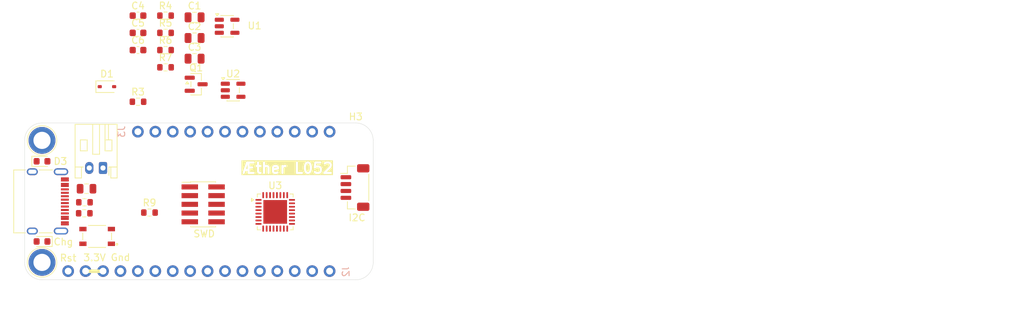
<source format=kicad_pcb>
(kicad_pcb (version 20241229) (generator "pcbnew") (generator_version "9.0")
  (layers (0 "F.Cu" signal) (2 "B.Cu" signal) (13 "F.Paste" user) (15 "B.Paste" user) (5 "F.SilkS" user "F.Silkscreen") (7 "B.SilkS" user "B.Silkscreen") (1 "F.Mask" user) (3 "B.Mask" user) (25 "Edge.Cuts" user))
  (net 0 "")
  (net 1 "Net-(D1-K)")
  (net 2 "GND")
  (net 3 "VDD")
  (net 4 "/VBAT")
  (net 5 "VBUS")
  (net 6 "Net-(D2-K)")
  (net 7 "/LED_ONBOARD")
  (net 8 "Net-(D3-K)")
  (net 9 "Net-(F1-Pad1)")
  (net 11 "/D-")
  (net 12 "/D+")
  (net 13 "Net-(J1-CC1)")
  (net 14 "Net-(J1-CC2)")
  (net 29 "/SCL")
  (net 30 "/SDA")
  (net 31 "Net-(U2-PROG)")
  (net 32 "Net-(U2-STAT)")
  (net 33 "/!RESET")
  (net 60 "/MOSI")
  (net 61 "/SCK")
  (net 62 "/BOOT0")
  (net 63 "/MISO")
  (net 64 "/TX")
  (net 65 "/RX")
  (net 66 "/EN")
  (net 71 "Net-(J6-GND-Pad3)")
  (footprint "Capacitor_SMD:C_0603_1608Metric" (layer "F.Cu") (at 118.13 65.61)
    (property "Reference" "C5" (at 0 -1.43 0) (layer "F.SilkS"))
    (property "Value" "100n")
    (fp_line (start -0.14058 -0.51) (end 0.14058 -0.51) (stroke (width 0.12)) (layer "F.SilkS"))
    (fp_line (start -0.14058 0.51) (end 0.14058 0.51) (stroke (width 0.12)) (layer "F.SilkS"))
    (pad "1" smd roundrect (at -0.775 0) (size 0.9 0.95) (layers "F.Cu" "F.Mask" "F.Paste") (net 3 "VDD"))
    (pad "2" smd roundrect (at 0.775 0) (size 0.9 0.95) (layers "F.Cu" "F.Mask" "F.Paste") (net 2 "GND"))
  )
  (footprint "Diode_SMD:D_SOD-323" (layer "F.Cu") (at 113.6 73.45)
    (property "Reference" "D1" (at 0 -1.85 0) (layer "F.SilkS"))
    (property "Value" "MS2A40LWS")
    (fp_line (start -1.61 -0.85) (end -1.61 0.85) (stroke (width 0.12)) (layer "F.SilkS"))
    (fp_line (start -1.61 -0.85) (end 1.05 -0.85) (stroke (width 0.12)) (layer "F.SilkS"))
    (fp_line (start -1.61 0.85) (end 1.05 0.85) (stroke (width 0.12)) (layer "F.SilkS"))
    (pad "1" smd roundrect (at -1.05 0) (size 0.6 0.45) (layers "F.Cu" "F.Mask" "F.Paste") (net 1 "Net-(D1-K)"))
    (pad "2" smd roundrect (at 1.05 0) (size 0.6 0.45) (layers "F.Cu" "F.Mask" "F.Paste") (net 5 "VBUS"))
  )
  (footprint "Resistor_SMD:R_0603_1608Metric" (layer "F.Cu") (at 118.13 75.65)
    (property "Reference" "R3" (at 0 -1.43 0) (layer "F.SilkS"))
    (property "Value" "10k")
    (fp_line (start -0.237258 -0.5225) (end 0.237258 -0.5225) (stroke (width 0.12)) (layer "F.SilkS"))
    (fp_line (start -0.237258 0.5225) (end 0.237258 0.5225) (stroke (width 0.12)) (layer "F.SilkS"))
    (pad "1" smd roundrect (at -0.825 0) (size 0.8 0.95) (layers "F.Cu" "F.Mask" "F.Paste") (net 5 "VBUS"))
    (pad "2" smd roundrect (at 0.825 0) (size 0.8 0.95) (layers "F.Cu" "F.Mask" "F.Paste") (net 2 "GND"))
  )
  (footprint "Resistor_SMD:R_0603_1608Metric" (layer "F.Cu") (at 110.3 91.9)
    (property "Reference" "R2" (hide yes))
    (property "Value" "5k1")
    (fp_line (start -0.237258 -0.5225) (end 0.237258 -0.5225) (stroke (width 0.12)) (layer "F.SilkS"))
    (fp_line (start -0.237258 0.5225) (end 0.237258 0.5225) (stroke (width 0.12)) (layer "F.SilkS"))
    (pad "1" smd roundrect (at -0.825 0) (size 0.8 0.95) (layers "F.Cu" "F.Mask" "F.Paste") (net 14 "Net-(J1-CC2)"))
    (pad "2" smd roundrect (at 0.825 0) (size 0.8 0.95) (layers "F.Cu" "F.Mask" "F.Paste") (net 2 "GND"))
  )
  (footprint "Resistor_SMD:R_0603_1608Metric" (layer "F.Cu") (at 122.14 65.61)
    (property "Reference" "R5" (at 0 -1.43 0) (layer "F.SilkS"))
    (property "Value" "1k")
    (fp_line (start -0.237258 -0.5225) (end 0.237258 -0.5225) (stroke (width 0.12)) (layer "F.SilkS"))
    (fp_line (start -0.237258 0.5225) (end 0.237258 0.5225) (stroke (width 0.12)) (layer "F.SilkS"))
    (pad "1" smd roundrect (at -0.825 0) (size 0.8 0.95) (layers "F.Cu" "F.Mask" "F.Paste") (net 6 "Net-(D2-K)"))
    (pad "2" smd roundrect (at 0.825 0) (size 0.8 0.95) (layers "F.Cu" "F.Mask" "F.Paste") (net 32 "Net-(U2-STAT)"))
  )
  (footprint "Capacitor_SMD:C_0805_2012Metric" (layer "F.Cu") (at 126.37 66.36)
    (property "Reference" "C2" (at 0 -1.68 0) (layer "F.SilkS"))
    (property "Value" "10u")
    (fp_line (start -0.261252 -0.735) (end 0.261252 -0.735) (stroke (width 0.12)) (layer "F.SilkS"))
    (fp_line (start -0.261252 0.735) (end 0.261252 0.735) (stroke (width 0.12)) (layer "F.SilkS"))
    (pad "1" smd roundrect (at -0.95 0) (size 1 1.45) (layers "F.Cu" "F.Mask" "F.Paste") (net 3 "VDD"))
    (pad "2" smd roundrect (at 0.95 0) (size 1 1.45) (layers "F.Cu" "F.Mask" "F.Paste") (net 2 "GND"))
  )
  (footprint "Connector_PinHeader_1.27mm:PinHeader_2x05_P1.27mm_Vertical_SMD" (layer "F.Cu") (at 127.625 90.6)
    (property "Reference" "J6" (hide yes))
    (property "Value" "Conn_ARM_JTAG_SWD_10")
    (fp_line (start -3.09 -3.22) (end -1.815 -3.22) (stroke (width 0.12)) (layer "F.SilkS"))
    (fp_line (start -1.815 -3.285) (end -1.815 -3.22) (stroke (width 0.12)) (layer "F.SilkS"))
    (fp_line (start -1.815 -3.285) (end 1.815 -3.285) (stroke (width 0.12)) (layer "F.SilkS"))
    (fp_line (start -1.815 3.22) (end -1.815 3.285) (stroke (width 0.12)) (layer "F.SilkS"))
    (fp_line (start -1.815 3.285) (end 1.815 3.285) (stroke (width 0.12)) (layer "F.SilkS"))
    (fp_line (start 1.815 -3.285) (end 1.815 -3.22) (stroke (width 0.12)) (layer "F.SilkS"))
    (fp_line (start 1.815 3.22) (end 1.815 3.285) (stroke (width 0.12)) (layer "F.SilkS"))
    (pad "1" smd rect (at -1.95 -2.54) (size 2.4 0.74) (layers "F.Cu" "F.Mask" "F.Paste"))
    (pad "2" smd rect (at 1.95 -2.54) (size 2.4 0.74) (layers "F.Cu" "F.Mask" "F.Paste"))
    (pad "3" smd rect (at -1.95 -1.27) (size 2.4 0.74) (layers "F.Cu" "F.Mask" "F.Paste") (net 71 "Net-(J6-GND-Pad3)"))
    (pad "4" smd rect (at 1.95 -1.27) (size 2.4 0.74) (layers "F.Cu" "F.Mask" "F.Paste"))
    (pad "5" smd rect (at -1.95 0) (size 2.4 0.74) (layers "F.Cu" "F.Mask" "F.Paste") (net 71 "Net-(J6-GND-Pad3)"))
    (pad "6" smd rect (at 1.95 0) (size 2.4 0.74) (layers "F.Cu" "F.Mask" "F.Paste"))
    (pad "7" smd rect (at -1.95 1.27) (size 2.4 0.74) (layers "F.Cu" "F.Mask" "F.Paste"))
    (pad "8" smd rect (at 1.95 1.27) (size 2.4 0.74) (layers "F.Cu" "F.Mask" "F.Paste"))
    (pad "9" smd rect (at -1.95 2.54) (size 2.4 0.74) (layers "F.Cu" "F.Mask" "F.Paste"))
    (pad "10" smd rect (at 1.95 2.54) (size 2.4 0.74) (layers "F.Cu" "F.Mask" "F.Paste"))
  )
  (footprint "Resistor_SMD:R_0603_1608Metric" (layer "F.Cu") (at 110.325 90.3)
    (property "Reference" "R1" (hide yes))
    (property "Value" "5k1")
    (fp_line (start -0.237258 -0.5225) (end 0.237258 -0.5225) (stroke (width 0.12)) (layer "F.SilkS"))
    (fp_line (start -0.237258 0.5225) (end 0.237258 0.5225) (stroke (width 0.12)) (layer "F.SilkS"))
    (pad "1" smd roundrect (at -0.825 0) (size 0.8 0.95) (layers "F.Cu" "F.Mask" "F.Paste") (net 13 "Net-(J1-CC1)"))
    (pad "2" smd roundrect (at 0.825 0) (size 0.8 0.95) (layers "F.Cu" "F.Mask" "F.Paste") (net 2 "GND"))
  )
  (footprint "Resistor_SMD:R_0603_1608Metric" (layer "F.Cu") (at 119.8 91.8)
    (property "Reference" "R9" (at 0 -1.43 0) (layer "F.SilkS"))
    (property "Value" "10k")
    (fp_line (start -0.237258 -0.5225) (end 0.237258 -0.5225) (stroke (width 0.12)) (layer "F.SilkS"))
    (fp_line (start -0.237258 0.5225) (end 0.237258 0.5225) (stroke (width 0.12)) (layer "F.SilkS"))
    (pad "1" smd roundrect (at -0.825 0) (size 0.8 0.95) (layers "F.Cu" "F.Mask" "F.Paste") (net 1 "Net-(D1-K)"))
    (pad "2" smd roundrect (at 0.825 0) (size 0.8 0.95) (layers "F.Cu" "F.Mask" "F.Paste") (net 66 "/EN"))
  )
  (footprint "MountingHole:MountingHole_2.5mm" (layer "F.Cu") (at 149.86 81.28)
    (property "Reference" "H3" (at 0 -3.45 0) (layer "F.SilkS"))
    (property "Value" "M2.5")
    (pad "" np_thru_hole circle (at 0 0) (size 2.5 2.5) (drill 2.5) (layers "*.Cu" "*.Mask"))
  )
  (footprint "LED_SMD:LED_0603_1608Metric" (layer "F.Cu") (at 104.14 84.328)
    (property "Reference" "D3" (at 2.685 -0.003 0) (layer "F.SilkS"))
    (property "Value" "PINK")
    (fp_line (start -1.485 -0.735) (end -1.485 0.735) (stroke (width 0.12)) (layer "F.SilkS"))
    (fp_line (start -1.485 0.735) (end 0.8 0.735) (stroke (width 0.12)) (layer "F.SilkS"))
    (fp_line (start 0.8 -0.735) (end -1.485 -0.735) (stroke (width 0.12)) (layer "F.SilkS"))
    (pad "1" smd roundrect (at -0.7875 0) (size 0.875 0.95) (layers "F.Cu" "F.Mask" "F.Paste") (net 8 "Net-(D3-K)"))
    (pad "2" smd roundrect (at 0.7875 0) (size 0.875 0.95) (layers "F.Cu" "F.Mask" "F.Paste") (net 7 "/LED_ONBOARD"))
  )
  (footprint "Capacitor_SMD:C_0805_2012Metric" (layer "F.Cu") (at 126.37 63.35)
    (property "Reference" "C1" (at 0 -1.68 0) (layer "F.SilkS"))
    (property "Value" "10u")
    (fp_line (start -0.261252 -0.735) (end 0.261252 -0.735) (stroke (width 0.12)) (layer "F.SilkS"))
    (fp_line (start -0.261252 0.735) (end 0.261252 0.735) (stroke (width 0.12)) (layer "F.SilkS"))
    (pad "1" smd roundrect (at -0.95 0) (size 1 1.45) (layers "F.Cu" "F.Mask" "F.Paste") (net 1 "Net-(D1-K)"))
    (pad "2" smd roundrect (at 0.95 0) (size 1 1.45) (layers "F.Cu" "F.Mask" "F.Paste") (net 2 "GND"))
  )
  (footprint "MountingHole:MountingHole_2.5mm" (layer "F.Cu") (at 149.86 99.06)
    (property "Reference" "H4" (hide yes))
    (property "Value" "M2.5")
    (pad "" np_thru_hole circle (at 0 0) (size 2.5 2.5) (drill 2.5) (layers "*.Cu" "*.Mask"))
  )
  (footprint "Fuse:Fuse_0805_2012Metric" (layer "F.Cu") (at 110.625 88.325)
    (property "Reference" "F1" (hide yes))
    (property "Value" "Polyfuse 500mA")
    (fp_line (start -0.258578 -0.71) (end 0.258578 -0.71) (stroke (width 0.12)) (layer "F.SilkS"))
    (fp_line (start -0.258578 0.71) (end 0.258578 0.71) (stroke (width 0.12)) (layer "F.SilkS"))
    (pad "1" smd roundrect (at -0.9375 0) (size 0.975 1.4) (layers "F.Cu" "F.Mask" "F.Paste") (net 9 "Net-(F1-Pad1)"))
    (pad "2" smd roundrect (at 0.9375 0) (size 0.975 1.4) (layers "F.Cu" "F.Mask" "F.Paste") (net 5 "VBUS"))
  )
  (footprint "aether-l052:MountingHole_2.5mm_Pad_Small" (layer "F.Cu") (at 104.14 81.28)
    (property "Reference" "H1" (hide yes))
    (property "Value" "M2.5")
    (fp_circle (center 0 0) (end 2.15 0) (stroke (width 0.1)) (fill no) (layer "F.SilkS"))
    (pad "1" thru_hole circle (at 0 0) (size 3.9 3.9) (drill 2.5) (layers "*.Cu" "*.Mask") (net 2 "GND"))
  )
  (footprint "Package_TO_SOT_SMD:SOT-23-5" (layer "F.Cu") (at 131.1125 64.65)
    (property "Reference" "U1" (at 4.0125 -0.075 0) (layer "F.SilkS"))
    (property "Value" "MCP1711T-3.3I/OT")
    (fp_line (start -0.91 -1.56) (end 0.91 -1.56) (stroke (width 0.12)) (layer "F.SilkS"))
    (fp_line (start -0.91 -1.51) (end -0.91 -1.56) (stroke (width 0.12)) (layer "F.SilkS"))
    (fp_line (start -0.91 1.56) (end -0.91 1.51) (stroke (width 0.12)) (layer "F.SilkS"))
    (fp_line (start 0.91 -1.56) (end 0.91 -1.51) (stroke (width 0.12)) (layer "F.SilkS"))
    (fp_line (start 0.91 -0.39) (end 0.91 0.39) (stroke (width 0.12)) (layer "F.SilkS"))
    (fp_line (start 0.91 1.51) (end 0.91 1.56) (stroke (width 0.12)) (layer "F.SilkS"))
    (fp_line (start 0.91 1.56) (end -0.91 1.56) (stroke (width 0.12)) (layer "F.SilkS"))
    (fp_poly (pts (xy -1.45 -1.51) (xy -1.69 -1.84) (xy -1.21 -1.84)) (stroke (width 0.12)) (fill yes) (layer "F.SilkS"))
    (pad "1" smd roundrect (at -1.1375 -0.95) (size 1.325 0.6) (layers "F.Cu" "F.Mask" "F.Paste") (net 1 "Net-(D1-K)"))
    (pad "2" smd roundrect (at -1.1375 0) (size 1.325 0.6) (layers "F.Cu" "F.Mask" "F.Paste") (net 2 "GND"))
    (pad "3" smd roundrect (at -1.1375 0.95) (size 1.325 0.6) (layers "F.Cu" "F.Mask" "F.Paste") (net 66 "/EN"))
    (pad "4" smd roundrect (at 1.1375 0.95) (size 1.325 0.6) (layers "F.Cu" "F.Mask" "F.Paste"))
    (pad "5" smd roundrect (at 1.1375 -0.95) (size 1.325 0.6) (layers "F.Cu" "F.Mask" "F.Paste") (net 3 "VDD"))
  )
  (footprint "aether-l052:SKRPACE010" (layer "F.Cu") (at 112.175 95.275 180)
    (property "Reference" "S1" (hide yes))
    (property "Value" "SKRPACE010")
    (fp_line (start 2.1 -0.5) (end 2.1 0.5) (stroke (width 0.127)) (layer "F.SilkS"))
    (fp_line (start -1.25 1.6) (end 1.25 1.6) (stroke (width 0.127)) (layer "F.SilkS"))
    (fp_line (start -1.25 -1.6) (end 1.25 -1.6) (stroke (width 0.127)) (layer "F.SilkS"))
    (fp_line (start -2.1 -0.5) (end -2.1 0.5) (stroke (width 0.127)) (layer "F.SilkS"))
    (fp_circle (center -2.85 -1.15) (end -2.8 -1.15) (stroke (width 0.127)) (fill no) (layer "F.SilkS"))
    (fp_circle (center -2.9 -1.15) (end -2.788197 -1.15) (stroke (width 0.127)) (fill no) (layer "F.SilkS"))
    (pad "1" smd rect (at -2.075 -1.075 180) (size 1.05 0.65) (layers "F.Cu" "F.Mask" "F.Paste") (net 33 "/!RESET"))
    (pad "2" smd rect (at 2.075 -1.075 180) (size 1.05 0.65) (layers "F.Cu" "F.Mask" "F.Paste") (net 33 "/!RESET"))
    (pad "3" smd rect (at -2.075 1.075 180) (size 1.05 0.65) (layers "F.Cu" "F.Mask" "F.Paste") (net 2 "GND"))
    (pad "4" smd rect (at 2.075 1.075 180) (size 1.05 0.65) (layers "F.Cu" "F.Mask" "F.Paste") (net 2 "GND"))
  )
  (footprint "aether-l052:MountingHole_2.5mm_Pad_Small" (layer "F.Cu") (at 104.14 99.06)
    (property "Reference" "H2" (hide yes))
    (property "Value" "M2.5")
    (fp_circle (center 0 0) (end 2.15 0) (stroke (width 0.1)) (fill no) (layer "F.SilkS"))
    (pad "1" thru_hole circle (at 0 0) (size 3.9 3.9) (drill 2.5) (layers "*.Cu" "*.Mask") (net 2 "GND"))
  )
  (footprint "Resistor_SMD:R_0603_1608Metric" (layer "F.Cu") (at 122.14 70.63)
    (property "Reference" "R7" (at 0 -1.43 0) (layer "F.SilkS"))
    (property "Value" "10k")
    (fp_line (start -0.237258 -0.5225) (end 0.237258 -0.5225) (stroke (width 0.12)) (layer "F.SilkS"))
    (fp_line (start -0.237258 0.5225) (end 0.237258 0.5225) (stroke (width 0.12)) (layer "F.SilkS"))
    (pad "1" smd roundrect (at -0.825 0) (size 0.8 0.95) (layers "F.Cu" "F.Mask" "F.Paste") (net 3 "VDD"))
    (pad "2" smd roundrect (at 0.825 0) (size 0.8 0.95) (layers "F.Cu" "F.Mask" "F.Paste") (net 33 "/!RESET"))
  )
  (footprint "Package_DFN_QFN:QFN-32-1EP_5x5mm_P0.5mm_EP3.45x3.45mm" (layer "F.Cu") (at 138.125 91.7)
    (property "Reference" "U3" (at 0 -3.83 0) (layer "F.SilkS"))
    (property "Value" "STM32L052K8Ux")
    (fp_line (start -2.61 -2.61) (end -2.135 -2.61) (stroke (width 0.12)) (layer "F.SilkS"))
    (fp_line (start -2.61 -2.135) (end -2.61 -2.61) (stroke (width 0.12)) (layer "F.SilkS"))
    (fp_line (start -2.61 2.61) (end -2.61 2.135) (stroke (width 0.12)) (layer "F.SilkS"))
    (fp_line (start -2.135 2.61) (end -2.61 2.61) (stroke (width 0.12)) (layer "F.SilkS"))
    (fp_line (start 2.135 -2.61) (end 2.61 -2.61) (stroke (width 0.12)) (layer "F.SilkS"))
    (fp_line (start 2.61 -2.61) (end 2.61 -2.135) (stroke (width 0.12)) (layer "F.SilkS"))
    (fp_line (start 2.61 2.135) (end 2.61 2.61) (stroke (width 0.12)) (layer "F.SilkS"))
    (fp_line (start 2.61 2.61) (end 2.135 2.61) (stroke (width 0.12)) (layer "F.SilkS"))
    (fp_poly (pts (xy -3.14 -1.75) (xy -3.47 -1.51) (xy -3.47 -1.99)) (stroke (width 0.12)) (fill yes) (layer "F.SilkS"))
    (pad "1" smd roundrect (at -2.4375 -1.75) (size 0.875 0.25) (layers "F.Cu" "F.Mask" "F.Paste") (net 3 "VDD"))
    (pad "2" smd roundrect (at -2.4375 -1.25) (size 0.875 0.25) (layers "F.Cu" "F.Mask" "F.Paste"))
    (pad "3" smd roundrect (at -2.4375 -0.75) (size 0.875 0.25) (layers "F.Cu" "F.Mask" "F.Paste"))
    (pad "4" smd roundrect (at -2.4375 -0.25) (size 0.875 0.25) (layers "F.Cu" "F.Mask" "F.Paste") (net 33 "/!RESET"))
    (pad "5" smd roundrect (at -2.4375 0.25) (size 0.875 0.25) (layers "F.Cu" "F.Mask" "F.Paste") (net 3 "VDD"))
    (pad "6" smd roundrect (at -2.4375 0.75) (size 0.875 0.25) (layers "F.Cu" "F.Mask" "F.Paste"))
    (pad "7" smd roundrect (at -2.4375 1.25) (size 0.875 0.25) (layers "F.Cu" "F.Mask" "F.Paste"))
    (pad "8" smd roundrect (at -2.4375 1.75) (size 0.875 0.25) (layers "F.Cu" "F.Mask" "F.Paste"))
    (pad "9" smd roundrect (at -1.75 2.4375) (size 0.25 0.875) (layers "F.Cu" "F.Mask" "F.Paste"))
    (pad "10" smd roundrect (at -1.25 2.4375) (size 0.25 0.875) (layers "F.Cu" "F.Mask" "F.Paste"))
    (pad "11" smd roundrect (at -0.75 2.4375) (size 0.25 0.875) (layers "F.Cu" "F.Mask" "F.Paste"))
    (pad "12" smd roundrect (at -0.25 2.4375) (size 0.25 0.875) (layers "F.Cu" "F.Mask" "F.Paste"))
    (pad "13" smd roundrect (at 0.25 2.4375) (size 0.25 0.875) (layers "F.Cu" "F.Mask" "F.Paste"))
    (pad "14" smd roundrect (at 0.75 2.4375) (size 0.25 0.875) (layers "F.Cu" "F.Mask" "F.Paste"))
    (pad "15" smd roundrect (at 1.25 2.4375) (size 0.25 0.875) (layers "F.Cu" "F.Mask" "F.Paste"))
    (pad "16" smd roundrect (at 1.75 2.4375) (size 0.25 0.875) (layers "F.Cu" "F.Mask" "F.Paste"))
    (pad "17" smd roundrect (at 2.4375 1.75) (size 0.875 0.25) (layers "F.Cu" "F.Mask" "F.Paste") (net 3 "VDD"))
    (pad "18" smd roundrect (at 2.4375 1.25) (size 0.875 0.25) (layers "F.Cu" "F.Mask" "F.Paste"))
    (pad "19" smd roundrect (at 2.4375 0.75) (size 0.875 0.25) (layers "F.Cu" "F.Mask" "F.Paste"))
    (pad "20" smd roundrect (at 2.4375 0.25) (size 0.875 0.25) (layers "F.Cu" "F.Mask" "F.Paste"))
    (pad "21" smd roundrect (at 2.4375 -0.25) (size 0.875 0.25) (layers "F.Cu" "F.Mask" "F.Paste") (net 11 "/D-"))
    (pad "22" smd roundrect (at 2.4375 -0.75) (size 0.875 0.25) (layers "F.Cu" "F.Mask" "F.Paste") (net 12 "/D+"))
    (pad "23" smd roundrect (at 2.4375 -1.25) (size 0.875 0.25) (layers "F.Cu" "F.Mask" "F.Paste"))
    (pad "24" smd roundrect (at 2.4375 -1.75) (size 0.875 0.25) (layers "F.Cu" "F.Mask" "F.Paste"))
    (pad "25" smd roundrect (at 1.75 -2.4375) (size 0.25 0.875) (layers "F.Cu" "F.Mask" "F.Paste"))
    (pad "26" smd roundrect (at 1.25 -2.4375) (size 0.25 0.875) (layers "F.Cu" "F.Mask" "F.Paste"))
    (pad "27" smd roundrect (at 0.75 -2.4375) (size 0.25 0.875) (layers "F.Cu" "F.Mask" "F.Paste"))
    (pad "28" smd roundrect (at 0.25 -2.4375) (size 0.25 0.875) (layers "F.Cu" "F.Mask" "F.Paste"))
    (pad "29" smd roundrect (at -0.25 -2.4375) (size 0.25 0.875) (layers "F.Cu" "F.Mask" "F.Paste"))
    (pad "30" smd roundrect (at -0.75 -2.4375) (size 0.25 0.875) (layers "F.Cu" "F.Mask" "F.Paste"))
    (pad "31" smd roundrect (at -1.25 -2.4375) (size 0.25 0.875) (layers "F.Cu" "F.Mask" "F.Paste") (net 62 "/BOOT0"))
    (pad "32" smd roundrect (at -1.75 -2.4375) (size 0.25 0.875) (layers "F.Cu" "F.Mask" "F.Paste"))
    (pad "33" smd rect (at 0 0) (size 3.45 3.45) (property pad_prop_heatsink) (layers "F.Cu" "F.Mask") (net 2 "GND"))
  )
  (footprint "Package_TO_SOT_SMD:SOT-23-5" (layer "F.Cu") (at 131.9875 73.975)
    (property "Reference" "U2" (at 0 -2.4 0) (layer "F.SilkS"))
    (property "Value" "MCP73831-2-OT")
    (fp_line (start -0.91 -1.56) (end 0.91 -1.56) (stroke (width 0.12)) (layer "F.SilkS"))
    (fp_line (start -0.91 -1.51) (end -0.91 -1.56) (stroke (width 0.12)) (layer "F.SilkS"))
    (fp_line (start -0.91 1.56) (end -0.91 1.51) (stroke (width 0.12)) (layer "F.SilkS"))
    (fp_line (start 0.91 -1.56) (end 0.91 -1.51) (stroke (width 0.12)) (layer "F.SilkS"))
    (fp_line (start 0.91 -0.39) (end 0.91 0.39) (stroke (width 0.12)) (layer "F.SilkS"))
    (fp_line (start 0.91 1.51) (end 0.91 1.56) (stroke (width 0.12)) (layer "F.SilkS"))
    (fp_line (start 0.91 1.56) (end -0.91 1.56) (stroke (width 0.12)) (layer "F.SilkS"))
    (fp_poly (pts (xy -1.45 -1.51) (xy -1.69 -1.84) (xy -1.21 -1.84)) (stroke (width 0.12)) (fill yes) (layer "F.SilkS"))
    (pad "1" smd roundrect (at -1.1375 -0.95) (size 1.325 0.6) (layers "F.Cu" "F.Mask" "F.Paste") (net 32 "Net-(U2-STAT)"))
    (pad "2" smd roundrect (at -1.1375 0) (size 1.325 0.6) (layers "F.Cu" "F.Mask" "F.Paste") (net 2 "GND"))
    (pad "3" smd roundrect (at -1.1375 0.95) (size 1.325 0.6) (layers "F.Cu" "F.Mask" "F.Paste") (net 4 "/VBAT"))
    (pad "4" smd roundrect (at 1.1375 0.95) (size 1.325 0.6) (layers "F.Cu" "F.Mask" "F.Paste") (net 5 "VBUS"))
    (pad "5" smd roundrect (at 1.1375 -0.95) (size 1.325 0.6) (layers "F.Cu" "F.Mask" "F.Paste") (net 31 "Net-(U2-PROG)"))
  )
  (footprint "Package_TO_SOT_SMD:SOT-23" (layer "F.Cu") (at 126.6 73.1)
    (property "Reference" "Q1" (at 0 -2.4 0) (layer "F.SilkS"))
    (property "Value" "DMG2305UX-7")
    (fp_line (start -0.76 -1.56) (end 0.76 -1.56) (stroke (width 0.12)) (layer "F.SilkS"))
    (fp_line (start -0.76 -1.51) (end -0.76 -1.56) (stroke (width 0.12)) (layer "F.SilkS"))
    (fp_line (start -0.76 0.39) (end -0.76 -0.39) (stroke (width 0.12)) (layer "F.SilkS"))
    (fp_line (start -0.76 1.56) (end -0.76 1.51) (stroke (width 0.12)) (layer "F.SilkS"))
    (fp_line (start 0.76 -1.56) (end 0.76 -0.56) (stroke (width 0.12)) (layer "F.SilkS"))
    (fp_line (start 0.76 0.56) (end 0.76 1.56) (stroke (width 0.12)) (layer "F.SilkS"))
    (fp_line (start 0.76 1.56) (end -0.76 1.56) (stroke (width 0.12)) (layer "F.SilkS"))
    (fp_poly (pts (xy -1.3 -0.38) (xy -1.06 -0.05) (xy -1.54 -0.05)) (stroke (width 0.12)) (fill yes) (layer "F.SilkS"))
    (pad "1" smd roundrect (at -0.9375 -0.95) (size 1.475 0.6) (layers "F.Cu" "F.Mask" "F.Paste") (net 4 "/VBAT"))
    (pad "2" smd roundrect (at -0.9375 0.95) (size 1.475 0.6) (layers "F.Cu" "F.Mask" "F.Paste") (net 5 "VBUS"))
    (pad "3" smd roundrect (at 0.9375 0) (size 1.475 0.6) (layers "F.Cu" "F.Mask" "F.Paste") (net 1 "Net-(D1-K)"))
  )
  (footprint "Connector_JST:JST_PH_S2B-PH-K_1x02_P2.00mm_Horizontal" (layer "F.Cu") (at 113.025 85.3 180)
    (property "Reference" "J4" (hide yes))
    (property "Value" "Conn_01x02_Pin")
    (fp_line (start 4.06 6.36) (end 4.06 -1.46) (stroke (width 0.12)) (layer "F.SilkS"))
    (fp_line (start 4.06 0.14) (end 3.14 0.14) (stroke (width 0.12)) (layer "F.SilkS"))
    (fp_line (start 4.06 -1.46) (end 3.14 -1.46) (stroke (width 0.12)) (layer "F.SilkS"))
    (fp_line (start 3.3 4.1) (end 2.3 4.1) (stroke (width 0.12)) (layer "F.SilkS"))
    (fp_line (start 3.3 2.5) (end 3.3 4.1) (stroke (width 0.12)) (layer "F.SilkS"))
    (fp_line (start 3.14 0.14) (end 2.86 0.14) (stroke (width 0.12)) (layer "F.SilkS"))
    (fp_line (start 3.14 -1.46) (end 3.14 0.14) (stroke (width 0.12)) (layer "F.SilkS"))
    (fp_line (start 2.3 4.1) (end 2.3 2.5) (stroke (width 0.12)) (layer "F.SilkS"))
    (fp_line (start 2.3 2.5) (end 3.3 2.5) (stroke (width 0.12)) (layer "F.SilkS"))
    (fp_line (start 1.5 2) (end 1.5 6.36) (stroke (width 0.12)) (layer "F.SilkS"))
    (fp_line (start 0.5 6.36) (end 0.5 2) (stroke (width 0.12)) (layer "F.SilkS"))
    (fp_line (start 0.5 2) (end 1.5 2) (stroke (width 0.12)) (layer "F.SilkS"))
    (fp_line (start -0.3 4.1) (end -0.3 6.36) (stroke (width 0.12)) (layer "F.SilkS"))
    (fp_line (start -0.3 4.1) (end -0.3 2.5) (stroke (width 0.12)) (layer "F.SilkS"))
    (fp_line (start -0.3 2.5) (end -1.3 2.5) (stroke (width 0.12)) (layer "F.SilkS"))
    (fp_line (start -0.8 4.1) (end -0.8 6.36) (stroke (width 0.12)) (layer "F.SilkS"))
    (fp_line (start -0.86 0.14) (end -0.86 -1.075) (stroke (width 0.12)) (layer "F.SilkS"))
    (fp_line (start -0.86 0.14) (end -1.14 0.14) (stroke (width 0.12)) (layer "F.SilkS"))
    (fp_line (start -1.14 0.14) (end -1.14 -1.46) (stroke (width 0.12)) (layer "F.SilkS"))
    (fp_line (start -1.14 -1.46) (end -2.06 -1.46) (stroke (width 0.12)) (layer "F.SilkS"))
    (fp_line (start -1.3 4.1) (end -0.3 4.1) (stroke (width 0.12)) (layer "F.SilkS"))
    (fp_line (start -1.3 2.5) (end -1.3 4.1) (stroke (width 0.12)) (layer "F.SilkS"))
    (fp_line (start -2.06 6.36) (end 4.06 6.36) (stroke (width 0.12)) (layer "F.SilkS"))
    (fp_line (start -2.06 0.14) (end -1.14 0.14) (stroke (width 0.12)) (layer "F.SilkS"))
    (fp_line (start -2.06 -1.46) (end -2.06 6.36) (stroke (width 0.12)) (layer "F.SilkS"))
    (pad "1" thru_hole roundrect (at 0 0 180) (size 1.2 1.75) (drill 0.75) (layers "*.Cu" "*.Mask") (roundrect_rratio 0.208333) (net 4 "/VBAT"))
    (pad "2" thru_hole oval (at 2 0 180) (size 1.2 1.75) (drill 0.75) (layers "*.Cu" "*.Mask") (net 2 "GND"))
  )
  (footprint "Connector_USB:USB_C_Receptacle_XKB_U262-16XN-4BVC11" (layer "F.Cu") (at 103.8 90.17 -90)
    (property "Reference" "J1" (hide yes))
    (property "Value" "USB_C_Receptacle_USB2.0_16P")
    (fp_line (start -4.58 3.785) (end -4.58 2.08) (stroke (width 0.12)) (layer "F.SilkS"))
    (fp_line (start 4.58 3.785) (end -4.58 3.785) (stroke (width 0.12)) (layer "F.SilkS"))
    (fp_line (start 4.58 2.08) (end 4.58 3.785) (stroke (width 0.12)) (layer "F.SilkS"))
    (fp_line (start 4.58 0.07) (end 4.58 -1.85) (stroke (width 0.12)) (layer "F.SilkS"))
    (fp_line (start -4.58 -1.85) (end -4.58 0.07) (stroke (width 0.12)) (layer "F.SilkS"))
    (pad "" np_thru_hole circle (at -2.89 -2.605 270) (size 0.65 0.65) (drill 0.65) (layers "*.Cu" "*.Mask"))
    (pad "" np_thru_hole circle (at 2.89 -2.605 270) (size 0.65 0.65) (drill 0.65) (layers "*.Cu" "*.Mask"))
    (pad "A1" smd rect (at -3.35 -3.67 270) (size 0.3 1.15) (layers "F.Cu" "F.Mask" "F.Paste") (net 2 "GND"))
    (pad "A4" smd rect (at -2.55 -3.67 270) (size 0.3 1.15) (layers "F.Cu" "F.Mask" "F.Paste") (net 9 "Net-(F1-Pad1)"))
    (pad "A5" smd rect (at -1.25 -3.67 270) (size 0.3 1.15) (layers "F.Cu" "F.Mask" "F.Paste") (net 13 "Net-(J1-CC1)"))
    (pad "A6" smd rect (at -0.25 -3.67 270) (size 0.3 1.15) (layers "F.Cu" "F.Mask" "F.Paste") (net 12 "/D+"))
    (pad "A7" smd rect (at 0.25 -3.67 270) (size 0.3 1.15) (layers "F.Cu" "F.Mask" "F.Paste") (net 11 "/D-"))
    (pad "A8" smd rect (at 1.25 -3.67 270) (size 0.3 1.15) (layers "F.Cu" "F.Mask" "F.Paste"))
    (pad "A9" smd rect (at 2.55 -3.67 270) (size 0.3 1.15) (layers "F.Cu" "F.Mask" "F.Paste") (net 9 "Net-(F1-Pad1)"))
    (pad "A12" smd rect (at 3.35 -3.67 270) (size 0.3 1.15) (layers "F.Cu" "F.Mask" "F.Paste") (net 2 "GND"))
    (pad "B1" smd rect (at 3.05 -3.67 270) (size 0.3 1.15) (layers "F.Cu" "F.Mask" "F.Paste") (net 2 "GND"))
    (pad "B4" smd rect (at 2.25 -3.67 270) (size 0.3 1.15) (layers "F.Cu" "F.Mask" "F.Paste") (net 9 "Net-(F1-Pad1)"))
    (pad "B5" smd rect (at 1.75 -3.67 270) (size 0.3 1.15) (layers "F.Cu" "F.Mask" "F.Paste") (net 14 "Net-(J1-CC2)"))
    (pad "B6" smd rect (at 0.75 -3.67 270) (size 0.3 1.15) (layers "F.Cu" "F.Mask" "F.Paste") (net 12 "/D+"))
    (pad "B7" smd rect (at -0.75 -3.67 270) (size 0.3 1.15) (layers "F.Cu" "F.Mask" "F.Paste") (net 11 "/D-"))
    (pad "B8" smd rect (at -1.75 -3.67 270) (size 0.3 1.15) (layers "F.Cu" "F.Mask" "F.Paste"))
    (pad "B9" smd rect (at -2.25 -3.67 270) (size 0.3 1.15) (layers "F.Cu" "F.Mask" "F.Paste") (net 9 "Net-(F1-Pad1)"))
    (pad "B12" smd rect (at -3.05 -3.67 270) (size 0.3 1.15) (layers "F.Cu" "F.Mask" "F.Paste") (net 2 "GND"))
    (pad "S1" thru_hole oval (at -4.32 -3.105 270) (size 1 2.1) (drill oval 0.6 1.7) (property pad_prop_heatsink) (layers "*.Cu" "*.Mask") (net 2 "GND"))
    (pad "S1" thru_hole oval (at -4.32 1.075 270) (size 1 1.6) (drill oval 0.6 1.2) (property pad_prop_heatsink) (layers "*.Cu" "*.Mask") (net 2 "GND"))
    (pad "S1" thru_hole oval (at 4.32 -3.105 270) (size 1 2.1) (drill oval 0.6 1.7) (property pad_prop_heatsink) (layers "*.Cu" "*.Mask") (net 2 "GND"))
    (pad "S1" thru_hole oval (at 4.32 1.075 270) (size 1 1.6) (drill oval 0.6 1.2) (property pad_prop_heatsink) (layers "*.Cu" "*.Mask") (net 2 "GND"))
  )
  (footprint "Capacitor_SMD:C_0603_1608Metric" (layer "F.Cu") (at 118.13 63.1)
    (property "Reference" "C4" (at 0 -1.43 0) (layer "F.SilkS"))
    (property "Value" "100n")
    (fp_line (start -0.14058 -0.51) (end 0.14058 -0.51) (stroke (width 0.12)) (layer "F.SilkS"))
    (fp_line (start -0.14058 0.51) (end 0.14058 0.51) (stroke (width 0.12)) (layer "F.SilkS"))
    (pad "1" smd roundrect (at -0.775 0) (size 0.9 0.95) (layers "F.Cu" "F.Mask" "F.Paste") (net 3 "VDD"))
    (pad "2" smd roundrect (at 0.775 0) (size 0.9 0.95) (layers "F.Cu" "F.Mask" "F.Paste") (net 2 "GND"))
  )
  (footprint "Capacitor_SMD:C_0603_1608Metric" (layer "F.Cu") (at 118.13 68.12)
    (property "Reference" "C6" (at 0 -1.43 0) (layer "F.SilkS"))
    (property "Value" "100n")
    (fp_line (start -0.14058 -0.51) (end 0.14058 -0.51) (stroke (width 0.12)) (layer "F.SilkS"))
    (fp_line (start -0.14058 0.51) (end 0.14058 0.51) (stroke (width 0.12)) (layer "F.SilkS"))
    (pad "1" smd roundrect (at -0.775 0) (size 0.9 0.95) (layers "F.Cu" "F.Mask" "F.Paste") (net 3 "VDD"))
    (pad "2" smd roundrect (at 0.775 0) (size 0.9 0.95) (layers "F.Cu" "F.Mask" "F.Paste") (net 2 "GND"))
  )
  (footprint "Resistor_SMD:R_0603_1608Metric" (layer "F.Cu") (at 122.14 68.12)
    (property "Reference" "R6" (at 0 -1.43 0) (layer "F.SilkS"))
    (property "Value" "1k")
    (fp_line (start -0.237258 -0.5225) (end 0.237258 -0.5225) (stroke (width 0.12)) (layer "F.SilkS"))
    (fp_line (start -0.237258 0.5225) (end 0.237258 0.5225) (stroke (width 0.12)) (layer "F.SilkS"))
    (pad "1" smd roundrect (at -0.825 0) (size 0.8 0.95) (layers "F.Cu" "F.Mask" "F.Paste") (net 8 "Net-(D3-K)"))
    (pad "2" smd roundrect (at 0.825 0) (size 0.8 0.95) (layers "F.Cu" "F.Mask" "F.Paste") (net 2 "GND"))
  )
  (footprint "Connector_JST:JST_SH_BM04B-SRSS-TB_1x04-1MP_P1.00mm_Vertical" (layer "F.Cu") (at 149.75 88.15 -90)
    (property "Reference" "J5" (hide yes))
    (property "Value" "Conn_01x04_Pin")
    (fp_line (start -3.11 1.11) (end -2.06 1.11) (stroke (width 0.12)) (layer "F.SilkS"))
    (fp_line (start -2.06 1.11) (end -2.06 2.1) (stroke (width 0.12)) (layer "F.SilkS"))
    (fp_line (start 3.11 1.11) (end 2.06 1.11) (stroke (width 0.12)) (layer "F.SilkS"))
    (fp_line (start -3.11 -0.04) (end -3.11 1.11) (stroke (width 0.12)) (layer "F.SilkS"))
    (fp_line (start 3.11 -0.04) (end 3.11 1.11) (stroke (width 0.12)) (layer "F.SilkS"))
    (fp_line (start -1.94 -2.01) (end 1.94 -2.01) (stroke (width 0.12)) (layer "F.SilkS"))
    (pad "1" smd roundrect (at -1.5 1.325 270) (size 0.6 1.55) (layers "F.Cu" "F.Mask" "F.Paste") (net 2 "GND"))
    (pad "2" smd roundrect (at -0.5 1.325 270) (size 0.6 1.55) (layers "F.Cu" "F.Mask" "F.Paste") (net 3 "VDD"))
    (pad "3" smd roundrect (at 0.5 1.325 270) (size 0.6 1.55) (layers "F.Cu" "F.Mask" "F.Paste") (net 30 "/SDA"))
    (pad "4" smd roundrect (at 1.5 1.325 270) (size 0.6 1.55) (layers "F.Cu" "F.Mask" "F.Paste") (net 29 "/SCL"))
    (pad "MP" smd roundrect (at -2.8 -1.2 270) (size 1.2 1.8) (layers "F.Cu" "F.Mask" "F.Paste") (roundrect_rratio 0.208333))
    (pad "MP" smd roundrect (at 2.8 -1.2 270) (size 1.2 1.8) (layers "F.Cu" "F.Mask" "F.Paste") (roundrect_rratio 0.208333))
  )
  (footprint "Resistor_SMD:R_0603_1608Metric" (layer "F.Cu") (at 122.14 63.1)
    (property "Reference" "R4" (at 0 -1.43 0) (layer "F.SilkS"))
    (property "Value" "10k")
    (fp_line (start -0.237258 -0.5225) (end 0.237258 -0.5225) (stroke (width 0.12)) (layer "F.SilkS"))
    (fp_line (start -0.237258 0.5225) (end 0.237258 0.5225) (stroke (width 0.12)) (layer "F.SilkS"))
    (pad "1" smd roundrect (at -0.825 0) (size 0.8 0.95) (layers "F.Cu" "F.Mask" "F.Paste") (net 31 "Net-(U2-PROG)"))
    (pad "2" smd roundrect (at 0.825 0) (size 0.8 0.95) (layers "F.Cu" "F.Mask" "F.Paste") (net 2 "GND"))
  )
  (footprint "Capacitor_SMD:C_0805_2012Metric" (layer "F.Cu") (at 126.37 69.37)
    (property "Reference" "C3" (at 0 -1.68 0) (layer "F.SilkS"))
    (property "Value" "10u")
    (fp_line (start -0.261252 -0.735) (end 0.261252 -0.735) (stroke (width 0.12)) (layer "F.SilkS"))
    (fp_line (start -0.261252 0.735) (end 0.261252 0.735) (stroke (width 0.12)) (layer "F.SilkS"))
    (pad "1" smd roundrect (at -0.95 0) (size 1 1.45) (layers "F.Cu" "F.Mask" "F.Paste") (net 4 "/VBAT"))
    (pad "2" smd roundrect (at 0.95 0) (size 1 1.45) (layers "F.Cu" "F.Mask" "F.Paste") (net 2 "GND"))
  )
  (footprint "LED_SMD:LED_0603_1608Metric" (layer "F.Cu") (at 104.14 96.012 180)
    (property "Reference" "D2" (hide yes))
    (property "Value" "ORANGE")
    (fp_line (start 0.8 -0.735) (end -1.485 -0.735) (stroke (width 0.12)) (layer "F.SilkS"))
    (fp_line (start -1.485 0.735) (end 0.8 0.735) (stroke (width 0.12)) (layer "F.SilkS"))
    (fp_line (start -1.485 -0.735) (end -1.485 0.735) (stroke (width 0.12)) (layer "F.SilkS"))
    (pad "1" smd roundrect (at -0.7875 0 180) (size 0.875 0.95) (layers "F.Cu" "F.Mask" "F.Paste") (net 6 "Net-(D2-K)"))
    (pad "2" smd roundrect (at 0.7875 0 180) (size 0.875 0.95) (layers "F.Cu" "F.Mask" "F.Paste") (net 5 "VBUS"))
  )
  (footprint "aether-l052:PinHeader_1x12_P2.54mm_Vertical_NoSilk" (layer "B.Cu") (at 118.11 80.01 -90)
    (property "Reference" "J3" (at 0 2.38 90) (layer "B.SilkS") (effects (justify mirror)))
    (property "Value" "Conn_01x12_Pin")
    (pad "1" thru_hole circle (at 0 0 270) (size 1.7 1.7) (drill 1) (layers "*.Cu" "*.Mask") (net 4 "/VBAT"))
    (pad "2" thru_hole circle (at 0 -2.54 270) (size 1.7 1.7) (drill 1) (layers "*.Cu" "*.Mask") (net 66 "/EN"))
    (pad "3" thru_hole circle (at 0 -5.08 270) (size 1.7 1.7) (drill 1) (layers "*.Cu" "*.Mask") (net 5 "VBUS"))
    (pad "4" thru_hole circle (at 0 -7.62 270) (size 1.7 1.7) (drill 1) (layers "*.Cu" "*.Mask"))
    (pad "5" thru_hole circle (at 0 -10.16 270) (size 1.7 1.7) (drill 1) (layers "*.Cu" "*.Mask"))
    (pad "6" thru_hole circle (at 0 -12.7 270) (size 1.7 1.7) (drill 1) (layers "*.Cu" "*.Mask"))
    (pad "7" thru_hole circle (at 0 -15.24 270) (size 1.7 1.7) (drill 1) (layers "*.Cu" "*.Mask"))
    (pad "8" thru_hole circle (at 0 -17.78 270) (size 1.7 1.7) (drill 1) (layers "*.Cu" "*.Mask"))
    (pad "9" thru_hole circle (at 0 -20.32 270) (size 1.7 1.7) (drill 1) (layers "*.Cu" "*.Mask"))
    (pad "10" thru_hole circle (at 0 -22.86 270) (size 1.7 1.7) (drill 1) (layers "*.Cu" "*.Mask"))
    (pad "11" thru_hole circle (at 0 -25.4 270) (size 1.7 1.7) (drill 1) (layers "*.Cu" "*.Mask") (net 29 "/SCL"))
    (pad "12" thru_hole circle (at 0 -27.94 270) (size 1.7 1.7) (drill 1) (layers "*.Cu" "*.Mask") (net 30 "/SDA"))
  )
  (footprint "aether-l052:PinHeader_1x16_P2.54mm_Vertical_NoSilk" (layer "B.Cu") (at 146.05 100.33 90)
    (property "Reference" "J2" (at 0 2.38 270) (layer "B.SilkS") (effects (justify mirror)))
    (property "Value" "Conn_01x16_Pin")
    (pad "1" thru_hole circle (at 0 0 90) (size 1.7 1.7) (drill 1) (layers "*.Cu" "*.Mask") (net 62 "/BOOT0"))
    (pad "2" thru_hole circle (at 0 -2.54 90) (size 1.7 1.7) (drill 1) (layers "*.Cu" "*.Mask") (net 64 "/TX"))
    (pad "3" thru_hole circle (at 0 -5.08 90) (size 1.7 1.7) (drill 1) (layers "*.Cu" "*.Mask") (net 65 "/RX"))
    (pad "4" thru_hole circle (at 0 -7.62 90) (size 1.7 1.7) (drill 1) (layers "*.Cu" "*.Mask") (net 63 "/MISO"))
    (pad "5" thru_hole circle (at 0 -10.16 90) (size 1.7 1.7) (drill 1) (layers "*.Cu" "*.Mask") (net 60 "/MOSI"))
    (pad "6" thru_hole circle (at 0 -12.7 90) (size 1.7 1.7) (drill 1) (layers "*.Cu" "*.Mask") (net 61 "/SCK"))
    (pad "7" thru_hole circle (at 0 -15.24 90) (size 1.7 1.7) (drill 1) (layers "*.Cu" "*.Mask"))
    (pad "8" thru_hole circle (at 0 -17.78 90) (size 1.7 1.7) (drill 1) (layers "*.Cu" "*.Mask"))
    (pad "9" thru_hole circle (at 0 -20.32 90) (size 1.7 1.7) (drill 1) (layers "*.Cu" "*.Mask"))
    (pad "10" thru_hole circle (at 0 -22.86 90) (size 1.7 1.7) (drill 1) (layers "*.Cu" "*.Mask"))
    (pad "11" thru_hole circle (at 0 -25.4 90) (size 1.7 1.7) (drill 1) (layers "*.Cu" "*.Mask"))
    (pad "12" thru_hole circle (at 0 -27.94 90) (size 1.7 1.7) (drill 1) (layers "*.Cu" "*.Mask"))
    (pad "13" thru_hole circle (at 0 -30.48 90) (size 1.7 1.7) (drill 1) (layers "*.Cu" "*.Mask") (net 2 "GND"))
    (pad "14" thru_hole circle (at 0 -33.02 90) (size 1.7 1.7) (drill 1) (layers "*.Cu" "*.Mask") (net 3 "VDD"))
    (pad "15" thru_hole circle (at 0 -35.56 90) (size 1.7 1.7) (drill 1) (layers "*.Cu" "*.Mask") (net 3 "VDD"))
    (pad "16" thru_hole circle (at 0 -38.1 90) (size 1.7 1.7) (drill 1) (layers "*.Cu" "*.Mask") (net 33 "/!RESET"))
  )
  (gr_line (start 110.525 100.35) (end 113.025 100.35) (stroke (width 0.508)) (layer "F.SilkS"))
  (gr_arc (start 149.86 78.74) (mid 151.656051 79.483949) (end 152.4 81.28) (stroke (width 0.05)) (layer "Edge.Cuts"))
  (gr_line (start 152.4 99.06) (end 152.4 81.28) (stroke (width 0.05)) (layer "Edge.Cuts"))
  (gr_line (start 101.6 99.06) (end 101.6 81.28) (stroke (width 0.05)) (layer "Edge.Cuts"))
  (gr_line (start 149.86 101.6) (end 104.14 101.6) (stroke (width 0.05)) (layer "Edge.Cuts"))
  (gr_arc (start 101.6 81.28) (mid 102.343949 79.483949) (end 104.14 78.74) (stroke (width 0.05)) (layer "Edge.Cuts"))
  (gr_line (start 104.14 78.74) (end 149.86 78.74) (stroke (width 0.05)) (layer "Edge.Cuts"))
  (gr_arc (start 152.4 99.06) (mid 151.656051 100.856051) (end 149.86 101.6) (stroke (width 0.05)) (layer "Edge.Cuts"))
  (gr_arc (start 104.14 101.6) (mid 102.343949 100.856051) (end 101.6 99.06) (stroke (width 0.05)) (layer "Edge.Cuts"))
  (gr_text "Chg" (at 105.75 96.65 0) (layer "F.SilkS") (effects (font (size 1 1)) (justify left bottom)))
  (gr_text "Rst" (at 107.95 99 0) (layer "F.SilkS") (effects (font (size 1 1)) (justify bottom)))
  (gr_text "SWD" (at 126.125 95.475 0) (layer "F.SilkS") (effects (font (size 1 1)) (justify left bottom)))
  (gr_text "Gnd" (at 115.575 98.925 0) (layer "F.SilkS") (effects (font (size 1 1)) (justify bottom)))
  (gr_text "3.3V" (at 111.8 98.95 0) (layer "F.SilkS") (effects (font (size 1 1)) (justify bottom)))
  (gr_text "I2C" (at 148.725 93.125 0) (layer "F.SilkS") (effects (font (size 1 1)) (justify left bottom)))
  (gr_text "Æther L052" (at 133.175 86.225 0) (layer "F.SilkS" knockout) (effects (font (size 1.524 1.524) (thickness 0.3048) (bold yes)) (justify left bottom)))
)
</source>
